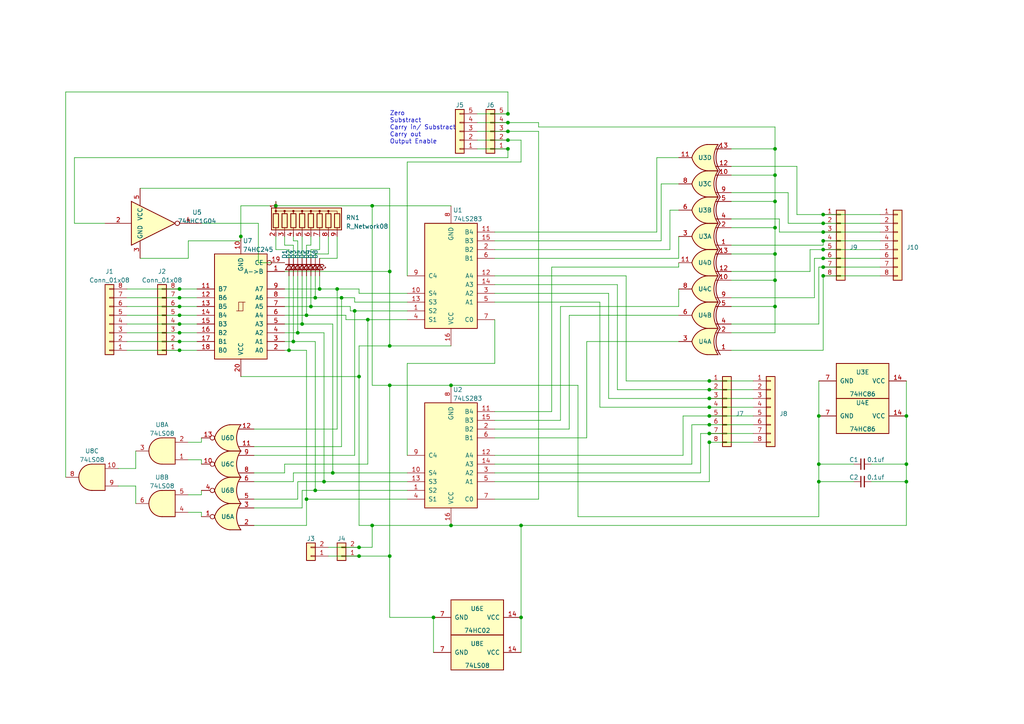
<source format=kicad_sch>
(kicad_sch (version 20230121) (generator eeschema)
  (paper "A4")
  (lib_symbols
    (symbol "74xGxx:74AHC1G04"
      (property "Reference" "U" (at -2.54 3.81 0))
      (property "Value" "74AHC1G04" (at 0 -3.81 0))
      (symbol "74AHC1G04_1_1"
        (pin input line (at -15.24 0 0) (length 7.62) (name "~") (number "2"))
        (pin power_in line (at -5.08 -10.16 90) (length 5.08) (name "GND") (number "3"))
        (pin output inverted (at 12.7 0 180) (length 7.62) (name "~") (number "4"))
        (pin power_in line (at -5.08 10.16 270) (length 5.08) (name "VCC") (number "5"))
      )
    )
    (symbol "74xx:74HC02" (pin_names (offset 1.016))
      (property "Reference" "U" (at 0 1.27 0))
      (property "Value" "74HC02" (at 0 -1.27 0))
      (symbol "74HC02_1_1"
        (pin output inverted (at 7.62 0 180) (length 3.81) (name "~") (number "1"))
        (pin input line (at -7.62 2.54 0) (length 4.318) (name "~") (number "2"))
        (pin input line (at -7.62 -2.54 0) (length 4.318) (name "~") (number "3"))
      )
      (symbol "74HC02_1_2"
        (pin output line (at 7.62 0 180) (length 3.81) (name "~") (number "1"))
        (pin input inverted (at -7.62 2.54 0) (length 3.81) (name "~") (number "2"))
        (pin input inverted (at -7.62 -2.54 0) (length 3.81) (name "~") (number "3"))
      )
      (symbol "74HC02_2_1"
        (pin output inverted (at 7.62 0 180) (length 3.81) (name "~") (number "4"))
        (pin input line (at -7.62 2.54 0) (length 4.318) (name "~") (number "5"))
        (pin input line (at -7.62 -2.54 0) (length 4.318) (name "~") (number "6"))
      )
      (symbol "74HC02_2_2"
        (pin output line (at 7.62 0 180) (length 3.81) (name "~") (number "4"))
        (pin input inverted (at -7.62 2.54 0) (length 3.81) (name "~") (number "5"))
        (pin input inverted (at -7.62 -2.54 0) (length 3.81) (name "~") (number "6"))
      )
      (symbol "74HC02_3_1"
        (pin output inverted (at 7.62 0 180) (length 3.81) (name "~") (number "10"))
        (pin input line (at -7.62 2.54 0) (length 4.318) (name "~") (number "8"))
        (pin input line (at -7.62 -2.54 0) (length 4.318) (name "~") (number "9"))
      )
      (symbol "74HC02_3_2"
        (pin output line (at 7.62 0 180) (length 3.81) (name "~") (number "10"))
        (pin input inverted (at -7.62 2.54 0) (length 3.81) (name "~") (number "8"))
        (pin input inverted (at -7.62 -2.54 0) (length 3.81) (name "~") (number "9"))
      )
      (symbol "74HC02_4_1"
        (pin input line (at -7.62 2.54 0) (length 4.318) (name "~") (number "11"))
        (pin input line (at -7.62 -2.54 0) (length 4.318) (name "~") (number "12"))
        (pin output inverted (at 7.62 0 180) (length 3.81) (name "~") (number "13"))
      )
      (symbol "74HC02_4_2"
        (pin input inverted (at -7.62 2.54 0) (length 3.81) (name "~") (number "11"))
        (pin input inverted (at -7.62 -2.54 0) (length 3.81) (name "~") (number "12"))
        (pin output line (at 7.62 0 180) (length 3.81) (name "~") (number "13"))
      )
      (symbol "74HC02_5_0"
        (pin power_in line (at 0 12.7 270) (length 5.08) (name "VCC") (number "14"))
        (pin power_in line (at 0 -12.7 90) (length 5.08) (name "GND") (number "7"))
      )
    )
    (symbol "74xx:74HC245" (pin_names (offset 1.016))
      (property "Reference" "U" (at -7.62 16.51 0))
      (property "Value" "74HC245" (at -7.62 -16.51 0))
      (symbol "74HC245_1_0"
        (pin input line (at -12.7 -10.16 0) (length 5.08) (name "A->B") (number "1"))
        (pin power_in line (at 0 -20.32 90) (length 5.08) (name "GND") (number "10"))
        (pin tri_state line (at 12.7 -5.08 180) (length 5.08) (name "B7") (number "11"))
        (pin tri_state line (at 12.7 -2.54 180) (length 5.08) (name "B6") (number "12"))
        (pin tri_state line (at 12.7 0 180) (length 5.08) (name "B5") (number "13"))
        (pin tri_state line (at 12.7 2.54 180) (length 5.08) (name "B4") (number "14"))
        (pin tri_state line (at 12.7 5.08 180) (length 5.08) (name "B3") (number "15"))
        (pin tri_state line (at 12.7 7.62 180) (length 5.08) (name "B2") (number "16"))
        (pin tri_state line (at 12.7 10.16 180) (length 5.08) (name "B1") (number "17"))
        (pin tri_state line (at 12.7 12.7 180) (length 5.08) (name "B0") (number "18"))
        (pin input inverted (at -12.7 -12.7 0) (length 5.08) (name "CE") (number "19"))
        (pin tri_state line (at -12.7 12.7 0) (length 5.08) (name "A0") (number "2"))
        (pin power_in line (at 0 20.32 270) (length 5.08) (name "VCC") (number "20"))
        (pin tri_state line (at -12.7 10.16 0) (length 5.08) (name "A1") (number "3"))
        (pin tri_state line (at -12.7 7.62 0) (length 5.08) (name "A2") (number "4"))
        (pin tri_state line (at -12.7 5.08 0) (length 5.08) (name "A3") (number "5"))
        (pin tri_state line (at -12.7 2.54 0) (length 5.08) (name "A4") (number "6"))
        (pin tri_state line (at -12.7 0 0) (length 5.08) (name "A5") (number "7"))
        (pin tri_state line (at -12.7 -2.54 0) (length 5.08) (name "A6") (number "8"))
        (pin tri_state line (at -12.7 -5.08 0) (length 5.08) (name "A7") (number "9"))
      )
    )
    (symbol "74xx:74HC86" (pin_names (offset 1.016))
      (property "Reference" "U" (at 0 1.27 0))
      (property "Value" "74HC86" (at 0 -1.27 0))
      (symbol "74HC86_1_0"
        (pin input line (at -7.62 2.54 0) (length 4.445) (name "~") (number "1"))
        (pin input line (at -7.62 -2.54 0) (length 4.445) (name "~") (number "2"))
        (pin output line (at 7.62 0 180) (length 3.81) (name "~") (number "3"))
      )
      (symbol "74HC86_2_0"
        (pin input line (at -7.62 2.54 0) (length 4.445) (name "~") (number "4"))
        (pin input line (at -7.62 -2.54 0) (length 4.445) (name "~") (number "5"))
        (pin output line (at 7.62 0 180) (length 3.81) (name "~") (number "6"))
      )
      (symbol "74HC86_3_0"
        (pin input line (at -7.62 -2.54 0) (length 4.445) (name "~") (number "10"))
        (pin output line (at 7.62 0 180) (length 3.81) (name "~") (number "8"))
        (pin input line (at -7.62 2.54 0) (length 4.445) (name "~") (number "9"))
      )
      (symbol "74HC86_4_0"
        (pin output line (at 7.62 0 180) (length 3.81) (name "~") (number "11"))
        (pin input line (at -7.62 2.54 0) (length 4.445) (name "~") (number "12"))
        (pin input line (at -7.62 -2.54 0) (length 4.445) (name "~") (number "13"))
      )
      (symbol "74HC86_5_0"
        (pin power_in line (at 0 12.7 270) (length 5.08) (name "VCC") (number "14"))
        (pin power_in line (at 0 -12.7 90) (length 5.08) (name "GND") (number "7"))
      )
    )
    (symbol "74xx:74LS08" (pin_names (offset 1.016))
      (property "Reference" "U" (at 0 1.27 0))
      (property "Value" "74LS08" (at 0 -1.27 0))
      (symbol "74LS08_1_1"
        (pin input line (at -7.62 2.54 0) (length 3.81) (name "~") (number "1"))
        (pin input line (at -7.62 -2.54 0) (length 3.81) (name "~") (number "2"))
        (pin output line (at 7.62 0 180) (length 3.81) (name "~") (number "3"))
      )
      (symbol "74LS08_1_2"
        (pin input inverted (at -7.62 2.54 0) (length 4.318) (name "~") (number "1"))
        (pin input inverted (at -7.62 -2.54 0) (length 4.318) (name "~") (number "2"))
        (pin output inverted (at 7.62 0 180) (length 3.81) (name "~") (number "3"))
      )
      (symbol "74LS08_2_1"
        (pin input line (at -7.62 2.54 0) (length 3.81) (name "~") (number "4"))
        (pin input line (at -7.62 -2.54 0) (length 3.81) (name "~") (number "5"))
        (pin output line (at 7.62 0 180) (length 3.81) (name "~") (number "6"))
      )
      (symbol "74LS08_2_2"
        (pin input inverted (at -7.62 2.54 0) (length 4.318) (name "~") (number "4"))
        (pin input inverted (at -7.62 -2.54 0) (length 4.318) (name "~") (number "5"))
        (pin output inverted (at 7.62 0 180) (length 3.81) (name "~") (number "6"))
      )
      (symbol "74LS08_3_1"
        (pin input line (at -7.62 -2.54 0) (length 3.81) (name "~") (number "10"))
        (pin output line (at 7.62 0 180) (length 3.81) (name "~") (number "8"))
        (pin input line (at -7.62 2.54 0) (length 3.81) (name "~") (number "9"))
      )
      (symbol "74LS08_3_2"
        (pin input inverted (at -7.62 -2.54 0) (length 4.318) (name "~") (number "10"))
        (pin output inverted (at 7.62 0 180) (length 3.81) (name "~") (number "8"))
        (pin input inverted (at -7.62 2.54 0) (length 4.318) (name "~") (number "9"))
      )
      (symbol "74LS08_4_1"
        (pin output line (at 7.62 0 180) (length 3.81) (name "~") (number "11"))
        (pin input line (at -7.62 2.54 0) (length 3.81) (name "~") (number "12"))
        (pin input line (at -7.62 -2.54 0) (length 3.81) (name "~") (number "13"))
      )
      (symbol "74LS08_4_2"
        (pin output inverted (at 7.62 0 180) (length 3.81) (name "~") (number "11"))
        (pin input inverted (at -7.62 2.54 0) (length 4.318) (name "~") (number "12"))
        (pin input inverted (at -7.62 -2.54 0) (length 4.318) (name "~") (number "13"))
      )
      (symbol "74LS08_5_0"
        (pin power_in line (at 0 12.7 270) (length 5.08) (name "VCC") (number "14"))
        (pin power_in line (at 0 -12.7 90) (length 5.08) (name "GND") (number "7"))
      )
    )
    (symbol "74xx:74LS283" (pin_names (offset 1.016))
      (property "Reference" "U" (at -7.62 16.51 0))
      (property "Value" "74LS283" (at -7.62 -16.51 0))
      (symbol "74LS283_1_0"
        (pin output line (at 12.7 10.16 180) (length 5.08) (name "S2") (number "1"))
        (pin output line (at 12.7 5.08 180) (length 5.08) (name "S4") (number "10"))
        (pin input line (at -12.7 -12.7 0) (length 5.08) (name "B4") (number "11"))
        (pin input line (at -12.7 0 0) (length 5.08) (name "A4") (number "12"))
        (pin output line (at 12.7 7.62 180) (length 5.08) (name "S3") (number "13"))
        (pin input line (at -12.7 2.54 0) (length 5.08) (name "A3") (number "14"))
        (pin input line (at -12.7 -10.16 0) (length 5.08) (name "B3") (number "15"))
        (pin power_in line (at 0 20.32 270) (length 5.08) (name "VCC") (number "16"))
        (pin input line (at -12.7 -7.62 0) (length 5.08) (name "B2") (number "2"))
        (pin input line (at -12.7 5.08 0) (length 5.08) (name "A2") (number "3"))
        (pin output line (at 12.7 12.7 180) (length 5.08) (name "S1") (number "4"))
        (pin input line (at -12.7 7.62 0) (length 5.08) (name "A1") (number "5"))
        (pin input line (at -12.7 -5.08 0) (length 5.08) (name "B1") (number "6"))
        (pin input line (at -12.7 12.7 0) (length 5.08) (name "C0") (number "7"))
        (pin power_in line (at 0 -20.32 90) (length 5.08) (name "GND") (number "8"))
        (pin output line (at 12.7 0 180) (length 5.08) (name "C4") (number "9"))
      )
    )
    (symbol "Connector_Generic:Conn_01x02" (pin_names (offset 1.016) hide)
      (property "Reference" "J" (at 0 2.54 0))
      (property "Value" "Conn_01x02" (at 0 -5.08 0))
      (symbol "Conn_01x02_1_1"
        (pin passive line (at -5.08 0 0) (length 3.81) (name "Pin_1") (number "1"))
        (pin passive line (at -5.08 -2.54 0) (length 3.81) (name "Pin_2") (number "2"))
      )
    )
    (symbol "Connector_Generic:Conn_01x05" (pin_names (offset 1.016) hide)
      (property "Reference" "J" (at 0 7.62 0))
      (property "Value" "Conn_01x05" (at 0 -7.62 0))
      (symbol "Conn_01x05_1_1"
        (pin passive line (at -5.08 5.08 0) (length 3.81) (name "Pin_1") (number "1"))
        (pin passive line (at -5.08 2.54 0) (length 3.81) (name "Pin_2") (number "2"))
        (pin passive line (at -5.08 0 0) (length 3.81) (name "Pin_3") (number "3"))
        (pin passive line (at -5.08 -2.54 0) (length 3.81) (name "Pin_4") (number "4"))
        (pin passive line (at -5.08 -5.08 0) (length 3.81) (name "Pin_5") (number "5"))
      )
    )
    (symbol "Connector_Generic:Conn_01x08" (pin_names (offset 1.016) hide)
      (property "Reference" "J" (at 0 10.16 0))
      (property "Value" "Conn_01x08" (at 0 -12.7 0))
      (symbol "Conn_01x08_1_1"
        (pin passive line (at -5.08 7.62 0) (length 3.81) (name "Pin_1") (number "1"))
        (pin passive line (at -5.08 5.08 0) (length 3.81) (name "Pin_2") (number "2"))
        (pin passive line (at -5.08 2.54 0) (length 3.81) (name "Pin_3") (number "3"))
        (pin passive line (at -5.08 0 0) (length 3.81) (name "Pin_4") (number "4"))
        (pin passive line (at -5.08 -2.54 0) (length 3.81) (name "Pin_5") (number "5"))
        (pin passive line (at -5.08 -5.08 0) (length 3.81) (name "Pin_6") (number "6"))
        (pin passive line (at -5.08 -7.62 0) (length 3.81) (name "Pin_7") (number "7"))
        (pin passive line (at -5.08 -10.16 0) (length 3.81) (name "Pin_8") (number "8"))
      )
    )
    (symbol "Device:C_Small" (pin_numbers hide) (pin_names (offset 0.254) hide)
      (property "Reference" "C" (at 0.254 1.778 0))
      (property "Value" "C_Small" (at 0.254 -2.032 0))
      (symbol "C_Small_1_1"
        (pin passive line (at 0 2.54 270) (length 2.032) (name "~") (number "1"))
        (pin passive line (at 0 -2.54 90) (length 2.032) (name "~") (number "2"))
      )
    )
    (symbol "Device:LED_Small" (pin_numbers hide) (pin_names (offset 0.254) hide)
      (property "Reference" "D" (at -1.27 3.175 0))
      (property "Value" "LED_Small" (at -4.445 -2.54 0))
      (symbol "LED_Small_1_1"
        (pin passive line (at -2.54 0 0) (length 1.778) (name "K") (number "1"))
        (pin passive line (at 2.54 0 180) (length 1.778) (name "A") (number "2"))
      )
    )
    (symbol "Device:R_Network08" (pin_names (offset 0) hide)
      (property "Reference" "RN" (at -12.7 0 90))
      (property "Value" "R_Network08" (at 10.16 0 90))
      (symbol "R_Network08_1_1"
        (pin passive line (at -10.16 5.08 270) (length 2.54) (name "common") (number "1"))
        (pin passive line (at -10.16 -5.08 90) (length 1.27) (name "R1") (number "2"))
        (pin passive line (at -7.62 -5.08 90) (length 1.27) (name "R2") (number "3"))
        (pin passive line (at -5.08 -5.08 90) (length 1.27) (name "R3") (number "4"))
        (pin passive line (at -2.54 -5.08 90) (length 1.27) (name "R4") (number "5"))
        (pin passive line (at 0 -5.08 90) (length 1.27) (name "R5") (number "6"))
        (pin passive line (at 2.54 -5.08 90) (length 1.27) (name "R6") (number "7"))
        (pin passive line (at 5.08 -5.08 90) (length 1.27) (name "R7") (number "8"))
        (pin passive line (at 7.62 -5.08 90) (length 1.27) (name "R8") (number "9"))
      )
    )
  )
  (junction (at 96.52 137.16))
  (junction (at 205.74 110.49))
  (junction (at 97.79 83.82))
  (junction (at 52.07 99.06))
  (junction (at 147.32 33.02))
  (junction (at 69.85 68.58))
  (junction (at 205.74 120.65))
  (junction (at 238.76 72.39))
  (junction (at 52.07 88.9))
  (junction (at 113.03 100.33))
  (junction (at 224.79 50.8))
  (junction (at 224.79 88.9))
  (junction (at 238.76 77.47))
  (junction (at 224.79 73.66))
  (junction (at 224.79 81.28))
  (junction (at 262.89 120.65))
  (junction (at 87.63 93.98))
  (junction (at 205.74 125.73))
  (junction (at 99.06 86.36))
  (junction (at 151.13 179.07))
  (junction (at 205.74 115.57))
  (junction (at 104.14 161.29))
  (junction (at 224.79 43.18))
  (junction (at 151.13 152.4))
  (junction (at 88.9 144.78))
  (junction (at 80.01 59.69))
  (junction (at 205.74 128.27))
  (junction (at 52.07 93.98))
  (junction (at 130.81 152.4))
  (junction (at 91.44 142.24))
  (junction (at 238.76 80.01))
  (junction (at 52.07 101.6))
  (junction (at 85.09 99.06))
  (junction (at 93.98 139.7))
  (junction (at 237.49 120.65))
  (junction (at 238.76 67.31))
  (junction (at 86.36 96.52))
  (junction (at 102.87 90.17))
  (junction (at 52.07 96.52))
  (junction (at 104.14 158.75))
  (junction (at 237.49 134.62))
  (junction (at 147.32 38.1))
  (junction (at 147.32 40.64))
  (junction (at 52.07 83.82))
  (junction (at 237.49 139.7))
  (junction (at 224.79 58.42))
  (junction (at 104.14 109.22))
  (junction (at 90.17 88.9))
  (junction (at 92.71 83.82))
  (junction (at 107.95 152.4))
  (junction (at 205.74 118.11))
  (junction (at 91.44 86.36))
  (junction (at 88.9 91.44))
  (junction (at 262.89 139.7))
  (junction (at 113.03 161.29))
  (junction (at 238.76 74.93))
  (junction (at 130.81 111.76))
  (junction (at 147.32 35.56))
  (junction (at 125.73 179.07))
  (junction (at 205.74 123.19))
  (junction (at 113.03 78.74))
  (junction (at 107.95 59.69))
  (junction (at 106.68 92.71))
  (junction (at 52.07 91.44))
  (junction (at 83.82 101.6))
  (junction (at 238.76 69.85))
  (junction (at 262.89 134.62))
  (junction (at 52.07 86.36))
  (junction (at 238.76 62.23))
  (junction (at 147.32 43.18))
  (junction (at 238.76 64.77))
  (junction (at 224.79 66.04))
  (junction (at 113.03 111.76))
  (junction (at 205.74 113.03))
  (wire (pts (xy 97.79 83.82) (xy 104.14 83.82)))
  (wire (pts (xy 118.11 142.24) (xy 91.44 142.24)))
  (wire (pts (xy 190.5 45.72) (xy 196.85 45.72)))
  (wire (pts (xy 138.43 40.64) (xy 147.32 40.64)))
  (wire (pts (xy 143.51 134.62) (xy 200.66 134.62)))
  (wire (pts (xy 73.66 132.08) (xy 102.87 132.08)))
  (wire (pts (xy 238.76 72.39) (xy 255.27 72.39)))
  (wire (pts (xy 85.09 71.12) (xy 82.55 71.12)))
  (wire (pts (xy 34.29 135.89) (xy 39.37 135.89)))
  (wire (pts (xy 173.99 87.63) (xy 143.51 87.63)))
  (wire (pts (xy 52.07 88.9) (xy 57.15 88.9)))
  (wire (pts (xy 97.79 124.46) (xy 97.79 83.82)))
  (wire (pts (xy 95.25 68.58) (xy 95.25 73.66)))
  (wire (pts (xy 74.93 64.77) (xy 74.93 76.2)))
  (wire (pts (xy 91.44 142.24) (xy 91.44 99.06)))
  (wire (pts (xy 205.74 139.7) (xy 143.51 139.7)))
  (wire (pts (xy 262.89 152.4) (xy 262.89 139.7)))
  (wire (pts (xy 238.76 77.47) (xy 237.49 77.47)))
  (wire (pts (xy 96.52 93.98) (xy 87.63 93.98)))
  (wire (pts (xy 238.76 74.93) (xy 255.27 74.93)))
  (wire (pts (xy 73.66 124.46) (xy 97.79 124.46)))
  (wire (pts (xy 147.32 40.64) (xy 151.13 40.64)))
  (wire (pts (xy 36.83 86.36) (xy 52.07 86.36)))
  (wire (pts (xy 198.12 132.08) (xy 143.51 132.08)))
  (wire (pts (xy 226.06 63.5) (xy 212.09 63.5)))
  (wire (pts (xy 58.42 133.35) (xy 58.42 134.62)))
  (wire (pts (xy 36.83 91.44) (xy 52.07 91.44)))
  (wire (pts (xy 106.68 92.71) (xy 118.11 92.71)))
  (wire (pts (xy 104.14 152.4) (xy 107.95 152.4)))
  (wire (pts (xy 205.74 110.49) (xy 218.44 110.49)))
  (wire (pts (xy 147.32 45.72) (xy 21.59 45.72)))
  (wire (pts (xy 82.55 88.9) (xy 90.17 88.9)))
  (wire (pts (xy 80.01 68.58) (xy 80.01 72.39)))
  (wire (pts (xy 224.79 81.28) (xy 224.79 88.9)))
  (wire (pts (xy 238.76 101.6) (xy 212.09 101.6)))
  (wire (pts (xy 238.76 62.23) (xy 255.27 62.23)))
  (wire (pts (xy 165.1 91.44) (xy 165.1 124.46)))
  (wire (pts (xy 212.09 43.18) (xy 224.79 43.18)))
  (wire (pts (xy 237.49 134.62) (xy 247.65 134.62)))
  (wire (pts (xy 118.11 132.08) (xy 118.11 105.41)))
  (wire (pts (xy 238.76 64.77) (xy 228.6 64.77)))
  (wire (pts (xy 196.85 88.9) (xy 162.56 88.9)))
  (wire (pts (xy 36.83 96.52) (xy 52.07 96.52)))
  (wire (pts (xy 36.83 101.6) (xy 52.07 101.6)))
  (wire (pts (xy 88.9 101.6) (xy 83.82 101.6)))
  (wire (pts (xy 82.55 96.52) (xy 86.36 96.52)))
  (wire (pts (xy 143.51 72.39) (xy 194.31 72.39)))
  (wire (pts (xy 99.06 86.36) (xy 102.87 86.36)))
  (wire (pts (xy 90.17 74.93) (xy 90.17 72.39)))
  (wire (pts (xy 118.11 105.41) (xy 143.51 105.41)))
  (wire (pts (xy 212.09 71.12) (xy 238.76 71.12)))
  (wire (pts (xy 82.55 91.44) (xy 88.9 91.44)))
  (wire (pts (xy 165.1 124.46) (xy 143.51 124.46)))
  (wire (pts (xy 36.83 88.9) (xy 52.07 88.9)))
  (wire (pts (xy 83.82 80.01) (xy 83.82 101.6)))
  (wire (pts (xy 262.89 134.62) (xy 262.89 120.65)))
  (wire (pts (xy 191.77 69.85) (xy 143.51 69.85)))
  (wire (pts (xy 101.6 90.17) (xy 101.6 88.9)))
  (wire (pts (xy 95.25 73.66) (xy 91.44 73.66)))
  (wire (pts (xy 91.44 99.06) (xy 85.09 99.06)))
  (wire (pts (xy 87.63 147.32) (xy 87.63 142.24)))
  (wire (pts (xy 92.71 74.93) (xy 97.79 74.93)))
  (wire (pts (xy 238.76 77.47) (xy 255.27 77.47)))
  (wire (pts (xy 237.49 139.7) (xy 247.65 139.7)))
  (wire (pts (xy 88.9 144.78) (xy 88.9 101.6)))
  (wire (pts (xy 52.07 99.06) (xy 57.15 99.06)))
  (wire (pts (xy 138.43 38.1) (xy 147.32 38.1)))
  (wire (pts (xy 200.66 134.62) (xy 200.66 123.19)))
  (wire (pts (xy 205.74 115.57) (xy 218.44 115.57)))
  (wire (pts (xy 130.81 111.76) (xy 113.03 111.76)))
  (wire (pts (xy 113.03 161.29) (xy 104.14 161.29)))
  (wire (pts (xy 52.07 101.6) (xy 57.15 101.6)))
  (wire (pts (xy 156.21 36.83) (xy 156.21 35.56)))
  (wire (pts (xy 237.49 93.98) (xy 212.09 93.98)))
  (wire (pts (xy 107.95 59.69) (xy 107.95 111.76)))
  (wire (pts (xy 113.03 100.33) (xy 104.14 100.33)))
  (wire (pts (xy 58.42 64.77) (xy 74.93 64.77)))
  (wire (pts (xy 138.43 43.18) (xy 147.32 43.18)))
  (wire (pts (xy 54.61 128.27) (xy 58.42 128.27)))
  (wire (pts (xy 151.13 152.4) (xy 151.13 179.07)))
  (wire (pts (xy 69.85 68.58) (xy 69.85 69.85)))
  (wire (pts (xy 92.71 80.01) (xy 92.71 83.82)))
  (wire (pts (xy 85.09 80.01) (xy 85.09 99.06)))
  (wire (pts (xy 224.79 66.04) (xy 224.79 73.66)))
  (wire (pts (xy 205.74 128.27) (xy 218.44 128.27)))
  (wire (pts (xy 190.5 67.31) (xy 190.5 45.72)))
  (wire (pts (xy 191.77 53.34) (xy 191.77 69.85)))
  (wire (pts (xy 19.05 138.43) (xy 19.05 26.67)))
  (wire (pts (xy 91.44 80.01) (xy 91.44 86.36)))
  (wire (pts (xy 87.63 80.01) (xy 87.63 93.98)))
  (wire (pts (xy 96.52 137.16) (xy 96.52 93.98)))
  (wire (pts (xy 205.74 123.19) (xy 218.44 123.19)))
  (wire (pts (xy 93.98 139.7) (xy 118.11 139.7)))
  (wire (pts (xy 181.61 80.01) (xy 181.61 110.49)))
  (wire (pts (xy 92.71 83.82) (xy 97.79 83.82)))
  (wire (pts (xy 54.61 69.85) (xy 69.85 69.85)))
  (wire (pts (xy 54.61 74.93) (xy 54.61 69.85)))
  (wire (pts (xy 237.49 149.86) (xy 237.49 139.7)))
  (wire (pts (xy 231.14 62.23) (xy 238.76 62.23)))
  (wire (pts (xy 236.22 74.93) (xy 238.76 74.93)))
  (wire (pts (xy 86.36 144.78) (xy 86.36 139.7)))
  (wire (pts (xy 97.79 74.93) (xy 97.79 68.58)))
  (wire (pts (xy 143.51 85.09) (xy 176.53 85.09)))
  (wire (pts (xy 238.76 72.39) (xy 234.95 72.39)))
  (wire (pts (xy 74.93 76.2) (xy 82.55 76.2)))
  (wire (pts (xy 212.09 88.9) (xy 224.79 88.9)))
  (wire (pts (xy 91.44 73.66) (xy 91.44 74.93)))
  (wire (pts (xy 156.21 144.78) (xy 156.21 38.1)))
  (wire (pts (xy 205.74 128.27) (xy 205.74 139.7)))
  (wire (pts (xy 100.33 92.71) (xy 106.68 92.71)))
  (wire (pts (xy 87.63 68.58) (xy 87.63 74.93)))
  (wire (pts (xy 238.76 69.85) (xy 255.27 69.85)))
  (wire (pts (xy 73.66 139.7) (xy 85.09 139.7)))
  (wire (pts (xy 147.32 35.56) (xy 156.21 35.56)))
  (wire (pts (xy 104.14 100.33) (xy 104.14 109.22)))
  (wire (pts (xy 36.83 99.06) (xy 52.07 99.06)))
  (wire (pts (xy 102.87 90.17) (xy 101.6 90.17)))
  (wire (pts (xy 130.81 100.33) (xy 113.03 100.33)))
  (wire (pts (xy 212.09 96.52) (xy 224.79 96.52)))
  (wire (pts (xy 196.85 91.44) (xy 165.1 91.44)))
  (wire (pts (xy 40.64 74.93) (xy 54.61 74.93)))
  (wire (pts (xy 85.09 139.7) (xy 85.09 137.16)))
  (wire (pts (xy 231.14 48.26) (xy 231.14 62.23)))
  (wire (pts (xy 196.85 83.82) (xy 196.85 88.9)))
  (wire (pts (xy 86.36 69.85) (xy 86.36 74.93)))
  (wire (pts (xy 176.53 85.09) (xy 176.53 115.57)))
  (wire (pts (xy 151.13 46.99) (xy 151.13 40.64)))
  (wire (pts (xy 82.55 83.82) (xy 92.71 83.82)))
  (wire (pts (xy 176.53 115.57) (xy 205.74 115.57)))
  (wire (pts (xy 73.66 144.78) (xy 86.36 144.78)))
  (wire (pts (xy 147.32 43.18) (xy 147.32 45.72)))
  (wire (pts (xy 196.85 99.06) (xy 170.18 99.06)))
  (wire (pts (xy 90.17 88.9) (xy 101.6 88.9)))
  (wire (pts (xy 19.05 26.67) (xy 147.32 26.67)))
  (wire (pts (xy 104.14 109.22) (xy 104.14 152.4)))
  (wire (pts (xy 125.73 179.07) (xy 125.73 189.23)))
  (wire (pts (xy 34.29 140.97) (xy 39.37 140.97)))
  (wire (pts (xy 54.61 143.51) (xy 58.42 143.51)))
  (wire (pts (xy 181.61 110.49) (xy 205.74 110.49)))
  (wire (pts (xy 196.85 53.34) (xy 191.77 53.34)))
  (wire (pts (xy 102.87 87.63) (xy 118.11 87.63)))
  (wire (pts (xy 95.25 161.29) (xy 104.14 161.29)))
  (wire (pts (xy 90.17 71.12) (xy 88.9 71.12)))
  (wire (pts (xy 85.09 69.85) (xy 86.36 69.85)))
  (wire (pts (xy 212.09 73.66) (xy 224.79 73.66)))
  (wire (pts (xy 147.32 26.67) (xy 147.32 33.02)))
  (wire (pts (xy 170.18 127) (xy 143.51 127)))
  (wire (pts (xy 224.79 50.8) (xy 224.79 58.42)))
  (wire (pts (xy 118.11 80.01) (xy 118.11 46.99)))
  (wire (pts (xy 170.18 99.06) (xy 170.18 127)))
  (wire (pts (xy 118.11 137.16) (xy 96.52 137.16)))
  (wire (pts (xy 39.37 140.97) (xy 39.37 146.05)))
  (wire (pts (xy 262.89 110.49) (xy 262.89 120.65)))
  (wire (pts (xy 39.37 135.89) (xy 39.37 130.81)))
  (wire (pts (xy 205.74 113.03) (xy 179.07 113.03)))
  (wire (pts (xy 162.56 88.9) (xy 162.56 121.92)))
  (wire (pts (xy 88.9 91.44) (xy 100.33 91.44)))
  (wire (pts (xy 118.11 46.99) (xy 151.13 46.99)))
  (wire (pts (xy 238.76 80.01) (xy 238.76 101.6)))
  (wire (pts (xy 237.49 77.47) (xy 237.49 93.98)))
  (wire (pts (xy 69.85 59.69) (xy 80.01 59.69)))
  (wire (pts (xy 54.61 133.35) (xy 58.42 133.35)))
  (wire (pts (xy 203.2 137.16) (xy 143.51 137.16)))
  (wire (pts (xy 73.66 137.16) (xy 82.55 137.16)))
  (wire (pts (xy 82.55 78.74) (xy 113.03 78.74)))
  (wire (pts (xy 118.11 85.09) (xy 104.14 85.09)))
  (wire (pts (xy 92.71 68.58) (xy 92.71 72.39)))
  (wire (pts (xy 205.74 125.73) (xy 218.44 125.73)))
  (wire (pts (xy 88.9 80.01) (xy 88.9 91.44)))
  (wire (pts (xy 86.36 80.01) (xy 86.36 96.52)))
  (wire (pts (xy 143.51 67.31) (xy 190.5 67.31)))
  (wire (pts (xy 52.07 93.98) (xy 57.15 93.98)))
  (wire (pts (xy 113.03 179.07) (xy 113.03 161.29)))
  (wire (pts (xy 237.49 139.7) (xy 237.49 134.62)))
  (wire (pts (xy 224.79 36.83) (xy 224.79 43.18)))
  (wire (pts (xy 86.36 96.52) (xy 93.98 96.52)))
  (wire (pts (xy 143.51 144.78) (xy 156.21 144.78)))
  (wire (pts (xy 113.03 78.74) (xy 113.03 100.33)))
  (wire (pts (xy 82.55 86.36) (xy 91.44 86.36)))
  (wire (pts (xy 205.74 118.11) (xy 218.44 118.11)))
  (wire (pts (xy 234.95 78.74) (xy 212.09 78.74)))
  (wire (pts (xy 82.55 134.62) (xy 106.68 134.62)))
  (wire (pts (xy 173.99 118.11) (xy 173.99 87.63)))
  (wire (pts (xy 95.25 158.75) (xy 104.14 158.75)))
  (wire (pts (xy 162.56 121.92) (xy 143.51 121.92)))
  (wire (pts (xy 160.02 77.47) (xy 196.85 77.47)))
  (wire (pts (xy 118.11 90.17) (xy 102.87 90.17)))
  (wire (pts (xy 113.03 111.76) (xy 113.03 161.29)))
  (wire (pts (xy 99.06 129.54) (xy 99.06 86.36)))
  (wire (pts (xy 107.95 152.4) (xy 107.95 158.75)))
  (wire (pts (xy 52.07 91.44) (xy 57.15 91.44)))
  (wire (pts (xy 179.07 113.03) (xy 179.07 82.55)))
  (wire (pts (xy 205.74 120.65) (xy 198.12 120.65)))
  (wire (pts (xy 167.64 111.76) (xy 167.64 149.86)))
  (wire (pts (xy 138.43 35.56) (xy 147.32 35.56)))
  (wire (pts (xy 93.98 96.52) (xy 93.98 139.7)))
  (wire (pts (xy 203.2 125.73) (xy 203.2 137.16)))
  (wire (pts (xy 107.95 152.4) (xy 130.81 152.4)))
  (wire (pts (xy 73.66 147.32) (xy 87.63 147.32)))
  (wire (pts (xy 69.85 59.69) (xy 69.85 68.58)))
  (wire (pts (xy 196.85 74.93) (xy 143.51 74.93)))
  (wire (pts (xy 226.06 67.31) (xy 226.06 63.5)))
  (wire (pts (xy 205.74 120.65) (xy 218.44 120.65)))
  (wire (pts (xy 90.17 80.01) (xy 90.17 88.9)))
  (wire (pts (xy 102.87 86.36) (xy 102.87 87.63)))
  (wire (pts (xy 73.66 152.4) (xy 88.9 152.4)))
  (wire (pts (xy 179.07 82.55) (xy 143.51 82.55)))
  (wire (pts (xy 36.83 93.98) (xy 52.07 93.98)))
  (wire (pts (xy 85.09 137.16) (xy 96.52 137.16)))
  (wire (pts (xy 113.03 111.76) (xy 107.95 111.76)))
  (wire (pts (xy 143.51 80.01) (xy 181.61 80.01)))
  (wire (pts (xy 198.12 120.65) (xy 198.12 132.08)))
  (wire (pts (xy 196.85 77.47) (xy 196.85 76.2)))
  (wire (pts (xy 88.9 152.4) (xy 88.9 144.78)))
  (wire (pts (xy 194.31 72.39) (xy 194.31 60.96)))
  (wire (pts (xy 224.79 88.9) (xy 224.79 96.52)))
  (wire (pts (xy 224.79 43.18) (xy 224.79 50.8)))
  (wire (pts (xy 212.09 66.04) (xy 224.79 66.04)))
  (wire (pts (xy 212.09 48.26) (xy 231.14 48.26)))
  (wire (pts (xy 90.17 68.58) (xy 90.17 71.12)))
  (wire (pts (xy 147.32 38.1) (xy 156.21 38.1)))
  (wire (pts (xy 58.42 143.51) (xy 58.42 142.24)))
  (wire (pts (xy 91.44 86.36) (xy 99.06 86.36)))
  (wire (pts (xy 194.31 60.96) (xy 196.85 60.96)))
  (wire (pts (xy 252.73 139.7) (xy 262.89 139.7)))
  (wire (pts (xy 58.42 128.27) (xy 58.42 127)))
  (wire (pts (xy 21.59 45.72) (xy 21.59 64.77)))
  (wire (pts (xy 83.82 101.6) (xy 82.55 101.6)))
  (wire (pts (xy 86.36 139.7) (xy 93.98 139.7)))
  (wire (pts (xy 100.33 91.44) (xy 100.33 92.71)))
  (wire (pts (xy 212.09 81.28) (xy 224.79 81.28)))
  (wire (pts (xy 52.07 86.36) (xy 57.15 86.36)))
  (wire (pts (xy 200.66 123.19) (xy 205.74 123.19)))
  (wire (pts (xy 80.01 59.69) (xy 107.95 59.69)))
  (wire (pts (xy 113.03 54.61) (xy 113.03 78.74)))
  (wire (pts (xy 228.6 55.88) (xy 212.09 55.88)))
  (wire (pts (xy 160.02 119.38) (xy 160.02 77.47)))
  (wire (pts (xy 138.43 33.02) (xy 147.32 33.02)))
  (wire (pts (xy 228.6 64.77) (xy 228.6 55.88)))
  (wire (pts (xy 224.79 36.83) (xy 156.21 36.83)))
  (wire (pts (xy 238.76 64.77) (xy 255.27 64.77)))
  (wire (pts (xy 234.95 72.39) (xy 234.95 78.74)))
  (wire (pts (xy 106.68 134.62) (xy 106.68 92.71)))
  (wire (pts (xy 85.09 68.58) (xy 85.09 69.85)))
  (wire (pts (xy 212.09 50.8) (xy 224.79 50.8)))
  (wire (pts (xy 130.81 111.76) (xy 167.64 111.76)))
  (wire (pts (xy 143.51 119.38) (xy 160.02 119.38)))
  (wire (pts (xy 88.9 71.12) (xy 88.9 74.93)))
  (wire (pts (xy 85.09 99.06) (xy 82.55 99.06)))
  (wire (pts (xy 167.64 149.86) (xy 237.49 149.86)))
  (wire (pts (xy 118.11 144.78) (xy 88.9 144.78)))
  (wire (pts (xy 196.85 68.58) (xy 196.85 74.93)))
  (wire (pts (xy 151.13 179.07) (xy 151.13 189.23)))
  (wire (pts (xy 236.22 86.36) (xy 236.22 74.93)))
  (wire (pts (xy 238.76 80.01) (xy 255.27 80.01)))
  (wire (pts (xy 224.79 58.42) (xy 224.79 66.04)))
  (wire (pts (xy 83.82 74.93) (xy 83.82 72.39)))
  (wire (pts (xy 73.66 129.54) (xy 99.06 129.54)))
  (wire (pts (xy 104.14 158.75) (xy 107.95 158.75)))
  (wire (pts (xy 54.61 148.59) (xy 58.42 148.59)))
  (wire (pts (xy 102.87 90.17) (xy 102.87 132.08)))
  (wire (pts (xy 205.74 125.73) (xy 203.2 125.73)))
  (wire (pts (xy 143.51 105.41) (xy 143.51 92.71)))
  (wire (pts (xy 85.09 74.93) (xy 85.09 71.12)))
  (wire (pts (xy 40.64 54.61) (xy 113.03 54.61)))
  (wire (pts (xy 52.07 83.82) (xy 57.15 83.82)))
  (wire (pts (xy 87.63 142.24) (xy 91.44 142.24)))
  (wire (pts (xy 82.55 137.16) (xy 82.55 134.62)))
  (wire (pts (xy 104.14 85.09) (xy 104.14 83.82)))
  (wire (pts (xy 237.49 134.62) (xy 237.49 120.65)))
  (wire (pts (xy 130.81 152.4) (xy 151.13 152.4)))
  (wire (pts (xy 224.79 73.66) (xy 224.79 81.28)))
  (wire (pts (xy 238.76 67.31) (xy 226.06 67.31)))
  (wire (pts (xy 125.73 179.07) (xy 113.03 179.07)))
  (wire (pts (xy 238.76 67.31) (xy 255.27 67.31)))
  (wire (pts (xy 58.42 148.59) (xy 58.42 149.86)))
  (wire (pts (xy 82.55 68.58) (xy 82.55 71.12)))
  (wire (pts (xy 252.73 134.62) (xy 262.89 134.62)))
  (wire (pts (xy 212.09 86.36) (xy 236.22 86.36)))
  (wire (pts (xy 262.89 139.7) (xy 262.89 134.62)))
  (wire (pts (xy 212.09 58.42) (xy 224.79 58.42)))
  (wire (pts (xy 83.82 72.39) (xy 80.01 72.39)))
  (wire (pts (xy 80.01 59.69) (xy 80.01 58.42)))
  (wire (pts (xy 238.76 71.12) (xy 238.76 69.85)))
  (wire (pts (xy 237.49 110.49) (xy 237.49 120.65)))
  (wire (pts (xy 69.85 109.22) (xy 104.14 109.22)))
  (wire (pts (xy 205.74 113.03) (xy 218.44 113.03)))
  (wire (pts (xy 90.17 72.39) (xy 92.71 72.39)))
  (wire (pts (xy 107.95 59.69) (xy 130.81 59.69)))
  (wire (pts (xy 205.74 118.11) (xy 173.99 118.11)))
  (wire (pts (xy 36.83 83.82) (xy 52.07 83.82)))
  (wire (pts (xy 52.07 96.52) (xy 57.15 96.52)))
  (wire (pts (xy 21.59 64.77) (xy 30.48 64.77)))
  (wire (pts (xy 151.13 152.4) (xy 262.89 152.4)))
  (wire (pts (xy 87.63 93.98) (xy 82.55 93.98)))
  (text "Zero\nSubstract\nCarry in/ Substract\nCarry out\nOutput Enable\n" (at 113.03 41.91 0) (effects (font (size 1.27 1.27)) (justify left bottom)))
  (symbol (lib_id "Device:LED_Small") (at 92.71 77.47 270) (unit 1)
    (property "Reference" "D8" (at 91.44 72.39 0) (effects (justify left)))
    (property "Value" "LED_Small" (effects hide))
  )
  (symbol (lib_id "Connector_Generic:Conn_01x02") (at 90.17 161.29 180) (unit 1)
    (property "Reference" "J3" (at 90.17 156.21 0))
    (property "Value" "Conn_01x02" (effects hide))
  )
  (symbol (lib_id "74xx:74HC245") (at 69.85 88.9 180) (unit 1)
    (property "Reference" "U7" (at 70.4341 69.85 0) (effects (justify right)))
    (property "Value" "74HC245" (at 70.4341 72.39 0) (effects (justify right)))
    (property "Datasheet" "http://www.ti.com/lit/gpn/sn74HC245" (effects hide))
  )
  (symbol (lib_id "Device:LED_Small") (at 86.36 77.47 270) (unit 1)
    (property "Reference" "D3" (at 85.09 72.39 0) (effects (justify left)))
    (property "Value" "LED_Small" (effects hide))
  )
  (symbol (lib_id "Connector_Generic:Conn_01x08") (at 46.99 93.98 180) (unit 1)
    (property "Reference" "J2" (at 46.99 78.74 0))
    (property "Value" "Conn_01x08" (at 46.99 81.28 0))
  )
  (symbol (lib_id "74xx:74HC02") (at 66.04 134.62 180) (unit 3)
    (property "Reference" "U6" (at 66.04 134.62 0))
    (property "Value" "74HC02" (effects hide))
    (property "Datasheet" "http://www.ti.com/lit/gpn/sn74hc02" (effects hide))
  )
  (symbol (lib_id "Connector_Generic:Conn_01x08") (at 260.35 69.85 0) (unit 1)
    (property "Reference" "J10" (at 262.89 71.755 0) (effects (justify left)))
    (property "Value" "Conn_01x08" (effects hide))
  )
  (symbol (lib_id "Device:C_Small") (at 250.19 139.7 90) (unit 1)
    (property "Reference" "C2" (at 247.65 138.43 90))
    (property "Value" "0.1uf" (at 254 138.43 90))
  )
  (symbol (lib_id "Device:LED_Small") (at 91.44 77.47 270) (unit 1)
    (property "Reference" "D7" (at 90.17 72.39 0) (effects (justify left)))
    (property "Value" "LED_Small" (effects hide))
  )
  (symbol (lib_id "74xx:74HC86") (at 204.47 76.2 180) (unit 4)
    (property "Reference" "U4" (at 204.47 76.2 0))
    (property "Value" "74HC86" (effects hide))
    (property "Datasheet" "http://www.ti.com/lit/gpn/sn74HC86" (effects hide))
  )
  (symbol (lib_id "74xx:74LS283") (at 130.81 132.08 180) (unit 1)
    (property "Reference" "U2" (at 131.3941 113.03 0) (effects (justify right)))
    (property "Value" "74LS283" (at 131.3941 115.57 0) (effects (justify right)))
    (property "Datasheet" "http://www.ti.com/lit/gpn/sn74LS283" (effects hide))
  )
  (symbol (lib_id "74xx:74HC02") (at 66.04 142.24 180) (unit 2)
    (property "Reference" "U6" (at 66.04 142.24 0))
    (property "Value" "74HC02" (effects hide))
    (property "Datasheet" "http://www.ti.com/lit/gpn/sn74hc02" (effects hide))
  )
  (symbol (lib_id "74xx:74HC86") (at 250.19 110.49 270) (unit 5)
    (property "Reference" "U3" (at 250.19 107.95 90))
    (property "Value" "74HC86" (at 250.19 114.3 90))
    (property "Datasheet" "http://www.ti.com/lit/gpn/sn74HC86" (effects hide))
  )
  (symbol (lib_id "Connector_Generic:Conn_01x08") (at 210.82 118.11 0) (unit 1)
    (property "Reference" "J7" (at 213.36 120.015 0) (effects (justify left)))
    (property "Value" "Conn_01x08" (effects hide))
  )
  (symbol (lib_id "74xx:74HC86") (at 204.47 45.72 180) (unit 4)
    (property "Reference" "U3" (at 204.47 45.72 0))
    (property "Value" "74HC86" (effects hide))
    (property "Datasheet" "http://www.ti.com/lit/gpn/sn74HC86" (effects hide))
  )
  (symbol (lib_id "74xx:74LS08") (at 138.43 189.23 270) (unit 5)
    (property "Reference" "U8" (at 138.43 186.69 90))
    (property "Value" "74LS08" (at 138.43 193.04 90))
    (property "Datasheet" "http://www.ti.com/lit/gpn/sn74LS08" (effects hide))
  )
  (symbol (lib_id "Device:LED_Small") (at 90.17 77.47 270) (unit 1)
    (property "Reference" "D6" (at 88.9 72.39 0) (effects (justify left)))
    (property "Value" "LED_Small" (effects hide))
  )
  (symbol (lib_id "74xx:74HC02") (at 66.04 127 180) (unit 4)
    (property "Reference" "U6" (at 66.04 127 0))
    (property "Value" "74HC02" (effects hide))
    (property "Datasheet" "http://www.ti.com/lit/gpn/sn74hc02" (effects hide))
  )
  (symbol (lib_id "Device:LED_Small") (at 83.82 77.47 270) (unit 1)
    (property "Reference" "D1" (at 82.55 72.39 0) (effects (justify left)))
    (property "Value" "LED_Small" (effects hide))
  )
  (symbol (lib_id "Device:C_Small") (at 250.19 134.62 90) (unit 1)
    (property "Reference" "C1" (at 247.65 133.35 90))
    (property "Value" "0.1uf" (at 254 133.35 90))
  )
  (symbol (lib_id "74xGxx:74AHC1G04") (at 45.72 64.77 0) (unit 1)
    (property "Reference" "U5" (at 57.15 61.5951 0))
    (property "Value" "74AHC1G04" (at 57.15 64.1351 0))
    (property "Datasheet" "http://www.ti.com/lit/sg/scyt129e/scyt129e.pdf" (effects hide))
  )
  (symbol (lib_id "Connector_Generic:Conn_01x08") (at 31.75 93.98 180) (unit 1)
    (property "Reference" "J1" (at 31.75 78.74 0))
    (property "Value" "Conn_01x08" (at 31.75 81.28 0))
  )
  (symbol (lib_id "74xx:74HC86") (at 204.47 60.96 180) (unit 2)
    (property "Reference" "U3" (at 204.47 60.96 0))
    (property "Value" "74HC86" (effects hide))
    (property "Datasheet" "http://www.ti.com/lit/gpn/sn74HC86" (effects hide))
  )
  (symbol (lib_id "74xx:74LS08") (at 26.67 138.43 180) (unit 3)
    (property "Reference" "U8" (at 26.6783 130.81 0))
    (property "Value" "74LS08" (at 26.6783 133.35 0))
    (property "Datasheet" "http://www.ti.com/lit/gpn/sn74LS08" (effects hide))
  )
  (symbol (lib_id "74xx:74LS08") (at 46.99 146.05 180) (unit 2)
    (property "Reference" "U8" (at 46.9983 138.43 0))
    (property "Value" "74LS08" (at 46.9983 140.97 0))
    (property "Datasheet" "http://www.ti.com/lit/gpn/sn74LS08" (effects hide))
  )
  (symbol (lib_id "74xx:74HC86") (at 204.47 68.58 180) (unit 1)
    (property "Reference" "U3" (at 204.47 68.58 0))
    (property "Value" "74HC86" (effects hide))
    (property "Datasheet" "http://www.ti.com/lit/gpn/sn74HC86" (effects hide))
  )
  (symbol (lib_id "74xx:74LS08") (at 46.99 130.81 180) (unit 1)
    (property "Reference" "U8" (at 46.9983 123.19 0))
    (property "Value" "74LS08" (at 46.9983 125.73 0))
    (property "Datasheet" "http://www.ti.com/lit/gpn/sn74LS08" (effects hide))
  )
  (symbol (lib_id "74xx:74HC86") (at 204.47 91.44 180) (unit 2)
    (property "Reference" "U4" (at 204.47 91.44 0))
    (property "Value" "74HC86" (effects hide))
    (property "Datasheet" "http://www.ti.com/lit/gpn/sn74HC86" (effects hide))
  )
  (symbol (lib_id "Device:LED_Small") (at 87.63 77.47 270) (unit 1)
    (property "Reference" "D4" (at 86.36 72.39 0) (effects (justify left)))
    (property "Value" "LED_Small" (effects hide))
  )
  (symbol (lib_id "74xx:74HC86") (at 250.19 120.65 270) (unit 5)
    (property "Reference" "U4" (at 250.19 116.84 90))
    (property "Value" "74HC86" (at 250.19 124.46 90))
    (property "Datasheet" "http://www.ti.com/lit/gpn/sn74HC86" (effects hide))
  )
  (symbol (lib_id "74xx:74HC02") (at 66.04 149.86 180) (unit 1)
    (property "Reference" "U6" (at 66.04 149.86 0))
    (property "Value" "74HC02" (effects hide))
    (property "Datasheet" "http://www.ti.com/lit/gpn/sn74hc02" (effects hide))
  )
  (symbol (lib_id "Connector_Generic:Conn_01x02") (at 99.06 161.29 180) (unit 1)
    (property "Reference" "J4" (at 99.06 156.21 0))
    (property "Value" "Conn_01x02" (effects hide))
  )
  (symbol (lib_id "Connector_Generic:Conn_01x08") (at 223.52 118.11 0) (unit 1)
    (property "Reference" "J8" (at 226.06 120.015 0) (effects (justify left)))
    (property "Value" "Conn_01x08" (effects hide))
  )
  (symbol (lib_id "Device:R_Network08") (at 90.17 63.5 0) (unit 1)
    (property "Reference" "RN1" (at 100.33 63.119 0) (effects (justify left)))
    (property "Value" "R_Network08" (at 100.33 65.659 0) (effects (justify left)))
    (property "Footprint" "Resistor_THT:R_Array_SIP9" (effects hide))
    (property "Datasheet" "http://www.vishay.com/docs/31509/csc.pdf" (effects hide))
  )
  (symbol (lib_id "Device:LED_Small") (at 85.09 77.47 270) (unit 1)
    (property "Reference" "D2" (at 83.82 72.39 0) (effects (justify left)))
    (property "Value" "LED_Small" (effects hide))
  )
  (symbol (lib_id "Connector_Generic:Conn_01x08") (at 243.84 69.85 0) (unit 1)
    (property "Reference" "J9" (at 246.38 71.755 0) (effects (justify left)))
    (property "Value" "Conn_01x08" (effects hide))
  )
  (symbol (lib_id "74xx:74HC86") (at 204.47 99.06 180) (unit 1)
    (property "Reference" "U4" (at 204.47 99.06 0))
    (property "Value" "74HC86" (effects hide))
    (property "Datasheet" "http://www.ti.com/lit/gpn/sn74HC86" (effects hide))
  )
  (symbol (lib_id "74xx:74HC02") (at 138.43 179.07 270) (unit 5)
    (property "Reference" "U6" (at 138.43 176.53 90))
    (property "Value" "74HC02" (at 138.43 182.88 90))
    (property "Datasheet" "http://www.ti.com/lit/gpn/sn74hc02" (effects hide))
  )
  (symbol (lib_id "Device:LED_Small") (at 88.9 77.47 270) (unit 1)
    (property "Reference" "D5" (at 87.63 72.39 0) (effects (justify left)))
    (property "Value" "LED_Small" (effects hide))
  )
  (symbol (lib_id "Connector_Generic:Conn_01x05") (at 133.35 38.1 180) (unit 1)
    (property "Reference" "J5" (at 133.35 30.48 0))
    (property "Value" "Conn_01x05" (effects hide))
  )
  (symbol (lib_id "Connector_Generic:Conn_01x05") (at 142.24 38.1 180) (unit 1)
    (property "Reference" "J6" (at 142.24 30.48 0))
    (property "Value" "Conn_01x05" (effects hide))
  )
  (symbol (lib_id "74xx:74HC86") (at 204.47 53.34 180) (unit 3)
    (property "Reference" "U3" (at 204.47 53.34 0))
    (property "Value" "74HC86" (effects hide))
    (property "Datasheet" "http://www.ti.com/lit/gpn/sn74HC86" (effects hide))
  )
  (symbol (lib_id "74xx:74LS283") (at 130.81 80.01 180) (unit 1)
    (property "Reference" "U1" (at 131.3941 60.96 0) (effects (justify right)))
    (property "Value" "74LS283" (at 131.3941 63.5 0) (effects (justify right)))
    (property "Datasheet" "http://www.ti.com/lit/gpn/sn74LS283" (effects hide))
  )
  (symbol (lib_id "74xx:74HC86") (at 204.47 83.82 180) (unit 3)
    (property "Reference" "U4" (at 204.47 83.82 0))
    (property "Value" "74HC86" (effects hide))
    (property "Datasheet" "http://www.ti.com/lit/gpn/sn74HC86" (effects hide))
  )
)
</source>
